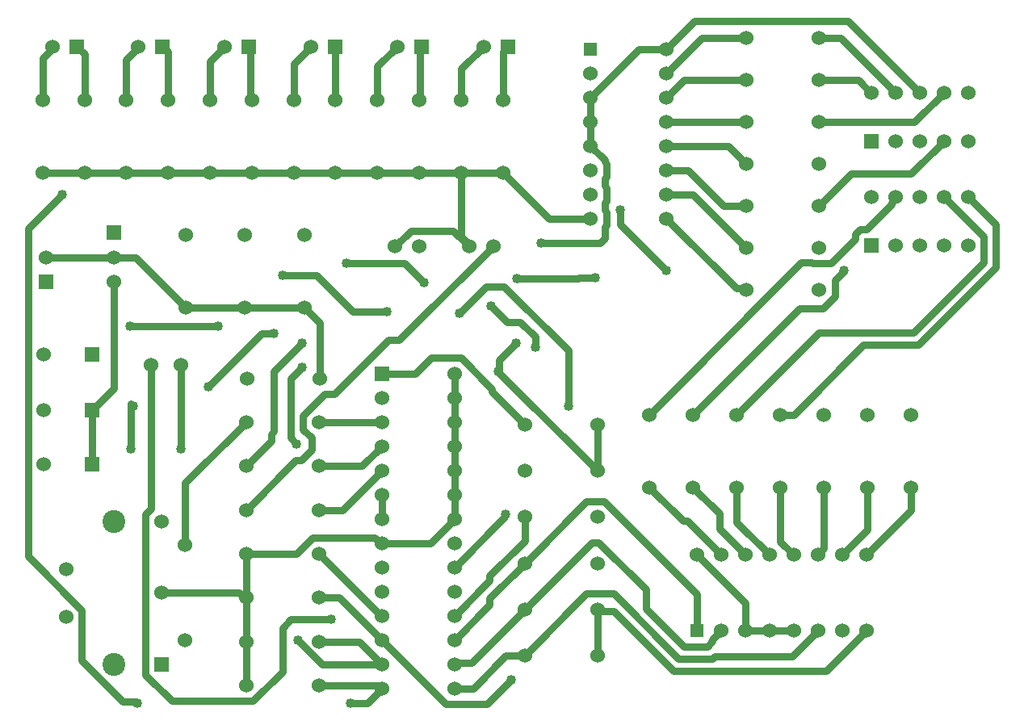
<source format=gbl>
G04*
G04 #@! TF.GenerationSoftware,Altium Limited,Altium Designer,22.1.2 (22)*
G04*
G04 Layer_Physical_Order=2*
G04 Layer_Color=16711680*
%FSLAX25Y25*%
%MOIN*%
G70*
G04*
G04 #@! TF.SameCoordinates,6E4BE205-DB55-4FC9-A6FE-95CB4377C6E5*
G04*
G04*
G04 #@! TF.FilePolarity,Positive*
G04*
G01*
G75*
%ADD22C,0.03000*%
%ADD23R,0.06000X0.06000*%
%ADD24C,0.06000*%
%ADD25C,0.09449*%
%ADD26R,0.06000X0.06000*%
%ADD27R,0.05500X0.05500*%
%ADD28R,0.05500X0.05500*%
%ADD29C,0.04000*%
D22*
X346500Y198604D02*
Y200450D01*
X336369Y188472D02*
X346500Y198604D01*
X328808Y188472D02*
X336369D01*
X338000Y174974D02*
Y181489D01*
X341745Y185234D02*
Y185505D01*
X338000Y181489D02*
X341745Y185234D01*
X249420Y204580D02*
Y210543D01*
X249557Y210679D01*
X249420Y204580D02*
X268500Y185500D01*
X399453Y188953D02*
Y193260D01*
X399500Y193308D02*
Y198692D01*
X399453Y198740D02*
X399500Y198692D01*
X331404Y159904D02*
X370404D01*
X393000Y216000D02*
X404500Y204500D01*
X372475Y154904D02*
X404500Y186929D01*
X370404Y159904D02*
X399453Y188953D01*
Y193260D02*
X399500Y193308D01*
X399453Y198740D02*
Y199547D01*
X404500Y186929D02*
Y204500D01*
X349904Y154904D02*
X372475D01*
X333026Y170000D02*
X338000Y174974D01*
X279500Y126000D02*
X323500Y170000D01*
X333026D01*
X328563Y188716D02*
X328808Y188472D01*
X324216Y188716D02*
X328563D01*
X363000Y215188D02*
Y216000D01*
X361500Y213688D02*
X363000Y215188D01*
X348550Y202500D02*
X351000D01*
X346500Y200450D02*
X348550Y202500D01*
X351000D02*
X361500Y213000D01*
Y213688D01*
X343500Y288500D02*
X373000Y259000D01*
X280000Y288500D02*
X343500D01*
X268500Y277000D02*
X280000Y288500D01*
X242965Y230468D02*
X243740Y229692D01*
Y224308D02*
Y229692D01*
X241207Y197000D02*
X242965Y198757D01*
Y220468D02*
Y223532D01*
X216855Y196749D02*
X217107Y197000D01*
X242965Y203532D02*
X243740Y204308D01*
X242965Y210468D02*
Y213532D01*
Y198757D02*
Y203532D01*
Y213532D02*
X243740Y214308D01*
X242965Y220468D02*
X243740Y219692D01*
X216720Y196749D02*
X216855D01*
X242965Y230468D02*
Y231276D01*
X217107Y197000D02*
X241207D01*
X242965Y223532D02*
X243740Y224308D01*
X242965Y210468D02*
X243740Y209692D01*
Y214308D02*
Y219692D01*
Y204308D02*
Y209692D01*
X260009Y45991D02*
X275630Y30370D01*
X285450D01*
X246829Y52100D02*
X273559Y25370D01*
X235600Y52100D02*
X246829D01*
X287521Y25370D02*
X288296Y26146D01*
X334500Y20370D02*
X351000Y36870D01*
X287500Y32420D02*
Y33370D01*
X273559Y25370D02*
X287521D01*
X271488Y20370D02*
X334500D01*
X210000Y26500D02*
X235600Y52100D01*
X240000Y45600D02*
X240574Y45026D01*
X288296Y26146D02*
X320276D01*
X246832Y45026D02*
X271488Y20370D01*
X287500Y33370D02*
X291000Y36870D01*
X260009Y45991D02*
Y53883D01*
X285450Y30370D02*
X287500Y32420D01*
X240574Y45026D02*
X246832D01*
X321000Y126000D02*
X349904Y154904D01*
X315500Y126000D02*
X321000D01*
X232259Y182172D02*
X232587Y182500D01*
X239000D01*
X240000Y102900D02*
Y122000D01*
X199250Y143650D02*
X240000Y102900D01*
X201000Y226000D02*
X220000Y207000D01*
X187974Y23574D02*
X210000Y45600D01*
X199250Y143650D02*
Y143750D01*
X242692Y90300D02*
X281000Y51992D01*
X206672Y182172D02*
X206844Y182000D01*
X206672Y182172D02*
X232259D01*
X228000Y129500D02*
Y152500D01*
X210000Y45600D02*
X237733Y73333D01*
X240560D01*
X220000Y207000D02*
X237240D01*
X210000Y64700D02*
X235600Y90300D01*
X201500Y179000D02*
X228000Y152500D01*
X240560Y73333D02*
X260009Y53883D01*
X235600Y90300D02*
X242692D01*
X195501Y50201D02*
X210000Y64700D01*
X237240Y237000D02*
X242965Y231276D01*
X237240Y237000D02*
Y247000D01*
Y257000D01*
X257240Y277000D02*
X268500D01*
X237240Y257000D02*
X257240Y277000D01*
X331500Y246889D02*
X370889D01*
X383000Y259000D01*
X268500Y267000D02*
X283000Y281500D01*
X301500D01*
X275694Y264194D02*
X301500D01*
X268500Y257000D02*
X275694Y264194D01*
X297500Y126000D02*
X331404Y159904D01*
X383000Y216000D02*
X399453Y199547D01*
X261500Y126000D02*
X324216Y188716D01*
X369601Y225601D02*
X383000Y239000D01*
X344824Y225601D02*
X369601D01*
X331500Y212278D02*
X344824Y225601D01*
X347655Y264194D02*
X352849Y259000D01*
X331500Y264194D02*
X347655D01*
X352849Y259000D02*
X353000D01*
X340500Y281500D02*
X363000Y259000D01*
X331500Y281500D02*
X340500D01*
X268556Y246944D02*
X301444D01*
X268500Y247000D02*
X268556Y246944D01*
X301444D02*
X301500Y246889D01*
X294083Y237000D02*
X301500Y229583D01*
X268500Y237000D02*
X294083D01*
X277495Y227000D02*
X292217Y212278D01*
X301500D01*
X268500Y227000D02*
X277495D01*
X279472Y217000D02*
X301500Y194972D01*
X268500Y217000D02*
X279472D01*
X297353Y178147D02*
X301019D01*
X268500Y207000D02*
X297353Y178147D01*
X301019D02*
X301500Y177667D01*
X301000Y36870D02*
Y48130D01*
X281000Y68130D02*
X301000Y48130D01*
X320276Y26146D02*
X331000Y36870D01*
X301000D02*
X311000D01*
X321000D01*
X281000D02*
Y51992D01*
X351000Y68130D02*
X369500Y86630D01*
Y96000D01*
X351500Y78630D02*
Y96000D01*
X341000Y68130D02*
X351500Y78630D01*
X331000Y68522D02*
X333500Y71022D01*
Y96000D01*
X331000Y68130D02*
Y68522D01*
X315500Y73630D02*
Y96000D01*
Y73630D02*
X321000Y68130D01*
X290352Y78778D02*
X301000Y68130D01*
X297500Y81630D02*
X311000Y68130D01*
X279500Y96000D02*
X290352Y85148D01*
Y78778D02*
Y85148D01*
X297500Y81630D02*
Y96000D01*
X277069Y82061D02*
X291000Y68130D01*
X261500Y96000D02*
X275439Y82061D01*
X277069D01*
X214309Y154191D02*
X214500Y154000D01*
X208128Y164372D02*
X214309Y158191D01*
Y154191D02*
Y158191D01*
X145000Y7000D02*
X151000Y13000D01*
X138000Y7000D02*
X145000D01*
X122000Y111510D02*
Y116445D01*
X113500Y116406D02*
X115891Y114015D01*
Y113744D02*
Y114015D01*
X117650Y107160D02*
X122000Y111510D01*
X118500Y119945D02*
X122000Y116445D01*
X113500Y116406D02*
Y141000D01*
X202628Y164372D02*
X208128D01*
X199596Y148596D02*
X206500Y155500D01*
X199596Y143596D02*
Y148596D01*
X194000Y179000D02*
X201500D01*
X183000Y168000D02*
X194000Y179000D01*
X181000Y93000D02*
Y103000D01*
Y133000D02*
Y143000D01*
Y113000D02*
Y123000D01*
Y133000D01*
Y103000D02*
Y113000D01*
Y83000D02*
Y93000D01*
X151000Y83000D02*
Y93000D01*
X49500Y7500D02*
X50000Y7000D01*
X44156Y7500D02*
X49500D01*
X27130Y24526D02*
X44156Y7500D01*
X5000Y67480D02*
X27130Y45350D01*
Y24526D02*
Y45350D01*
X5000Y67480D02*
Y203000D01*
X19000Y217000D01*
X97692Y7714D02*
X110000Y20022D01*
X53500Y18523D02*
X64308Y7714D01*
X97692D01*
X196000Y171000D02*
X202628Y164372D01*
X196559Y135441D02*
Y136633D01*
X183692Y149500D02*
X196559Y136633D01*
X171346Y149500D02*
X183692D01*
X95000Y86663D02*
X115497Y107160D01*
X118500Y119945D02*
Y125580D01*
X113500Y141000D02*
X118000Y145500D01*
X115497Y107160D02*
X117650D01*
X118500Y125580D02*
X127420Y134500D01*
X131550D01*
X106497Y143997D02*
X118000Y155500D01*
X106497Y119058D02*
Y143997D01*
X105350Y117911D02*
X106497Y119058D01*
X105350Y115126D02*
Y117911D01*
X95000Y104776D02*
X105350Y115126D01*
X116500Y33000D02*
X126500Y23000D01*
X151000D01*
X113500Y41500D02*
X130000D01*
X110000Y20022D02*
Y38000D01*
X113500Y41500D01*
X181000Y63000D02*
X201904Y83904D01*
Y84904D01*
X202000Y85000D01*
X124068Y183500D02*
X139068Y168500D01*
X110000Y183500D02*
X124068D01*
X139068Y168500D02*
X153000D01*
X47000Y162500D02*
X83500D01*
X47500Y112000D02*
Y130500D01*
X136500Y188500D02*
X160500D01*
X168500Y180500D01*
X79500Y137500D02*
X101500Y159500D01*
X106500D01*
X47500Y130500D02*
X48500Y129500D01*
X68000Y112000D02*
X68102Y112102D01*
Y146500D01*
X69842Y97730D02*
X95000Y122888D01*
X69842Y72185D02*
Y97730D01*
X53500Y18523D02*
Y84720D01*
X55898Y87118D01*
Y146500D01*
X131550Y134500D02*
X153801Y156751D01*
X158250D01*
X197000Y195500D01*
X95000Y14214D02*
Y32326D01*
Y50439D01*
Y68551D01*
X150188Y73000D02*
X151000D01*
X148137Y75051D02*
X150188Y73000D01*
X122308Y75051D02*
X148137D01*
X115808Y68551D02*
X122308Y75051D01*
X95000Y68551D02*
X115808D01*
X119000Y170356D02*
X125500Y163856D01*
Y141000D02*
Y163856D01*
X180500Y202000D02*
X187000Y195500D01*
X156500D02*
X163000Y202000D01*
X180500D01*
X187000Y195500D02*
Y196312D01*
X183727Y199585D02*
Y226000D01*
Y199585D02*
X187000Y196312D01*
X94500Y170356D02*
X119000D01*
X70000D02*
X94500D01*
X40500Y191039D02*
X49317D01*
X70000Y170356D01*
X12520Y191020D02*
X40480D01*
X40500Y191039D01*
X12500Y191000D02*
X12520Y191020D01*
X40500Y137000D02*
Y181000D01*
X31500Y128000D02*
X40500Y137000D01*
X31500Y105500D02*
Y128000D01*
X92127Y52500D02*
X94188Y50439D01*
X60000Y52500D02*
X92127D01*
X94188Y50439D02*
X95000D01*
X171000Y73000D02*
X181000Y83000D01*
X151000Y73000D02*
X171000D01*
X194500Y6500D02*
X204500Y16500D01*
X177500Y6500D02*
X194500D01*
X151000Y33000D02*
X177500Y6500D01*
X181000Y13000D02*
X188750D01*
X202250Y26500D01*
X210000D01*
X181574Y23574D02*
X187974D01*
X181000Y23000D02*
X181574Y23574D01*
X195501Y47501D02*
Y50201D01*
X181000Y33000D02*
X195501Y47501D01*
X181000Y43000D02*
X195501Y57501D01*
X210000Y73892D02*
Y83800D01*
X195501Y59393D02*
X210000Y73892D01*
X195501Y57501D02*
Y59393D01*
X196559Y135441D02*
X210000Y122000D01*
X164846Y143000D02*
X171346Y149500D01*
X151000Y143000D02*
X164846D01*
X125000Y122888D02*
X125056Y122944D01*
X150944D01*
X151000Y123000D01*
X142775Y104776D02*
X151000Y113000D01*
X125000Y104776D02*
X142775D01*
X134663Y86663D02*
X151000Y103000D01*
X125000Y86663D02*
X134663D01*
X125000Y68551D02*
X125224D01*
X150776Y43000D02*
X151000D01*
X125224Y68551D02*
X150776Y43000D01*
X133561Y50439D02*
X151000Y33000D01*
X125000Y50439D02*
X133561D01*
X141674Y32326D02*
X151000Y23000D01*
X125000Y32326D02*
X141674D01*
X148974Y14214D02*
X150188Y13000D01*
X151000D01*
X125000Y14214D02*
X148974D01*
X240000Y26500D02*
Y45600D01*
X201000Y256000D02*
Y276000D01*
X203000Y278000D01*
X183727Y268727D02*
X193000Y278000D01*
X183727Y256000D02*
Y268727D01*
X166927Y256473D02*
Y277527D01*
X166455Y256000D02*
X166927Y256473D01*
Y277527D02*
X167400Y278000D01*
X149182Y256000D02*
Y269782D01*
X157400Y278000D01*
X131854Y256054D02*
Y277945D01*
X131800Y278000D02*
X131854Y277945D01*
Y256054D02*
X131909Y256000D01*
X114636D02*
Y270836D01*
X121800Y278000D01*
X96790Y256574D02*
Y277410D01*
X96200Y278000D02*
X96790Y277410D01*
Y256574D02*
X97364Y256000D01*
X80091Y271891D02*
X86200Y278000D01*
X80091Y256000D02*
Y271891D01*
X60600Y278000D02*
X62818Y275782D01*
Y256000D02*
Y275782D01*
X45545Y272448D02*
X50600Y277502D01*
X45545Y256000D02*
Y272448D01*
X50600Y277502D02*
Y278000D01*
X25000D02*
X28273Y274727D01*
Y256000D02*
Y274727D01*
X11000Y273188D02*
X15000Y277188D01*
Y278000D01*
X11000Y256000D02*
Y273188D01*
X183727Y226000D02*
X201000D01*
X166455D02*
X183727D01*
X149182D02*
X166455D01*
X131909D02*
X149182D01*
X114636D02*
X131909D01*
X97364D02*
X114636D01*
X80091D02*
X97364D01*
X62818D02*
X80091D01*
X45545D02*
X62818D01*
X28273D02*
X45545D01*
X11000D02*
X28273D01*
D23*
X353000Y196000D02*
D03*
X60000Y22972D02*
D03*
X353000Y239000D02*
D03*
X40500Y201079D02*
D03*
X12500Y181000D02*
D03*
D24*
X363000Y196000D02*
D03*
X373000D02*
D03*
X383000D02*
D03*
X393000D02*
D03*
X353000Y216000D02*
D03*
X363000D02*
D03*
X373000D02*
D03*
X383000D02*
D03*
X393000D02*
D03*
X60000Y82028D02*
D03*
X69842Y32815D02*
D03*
Y72185D02*
D03*
X60000Y52500D02*
D03*
X20630Y42658D02*
D03*
Y62343D02*
D03*
X151000Y133000D02*
D03*
Y123000D02*
D03*
Y113000D02*
D03*
Y103000D02*
D03*
Y93000D02*
D03*
Y83000D02*
D03*
Y73000D02*
D03*
Y63000D02*
D03*
Y53000D02*
D03*
Y43000D02*
D03*
Y33000D02*
D03*
Y23000D02*
D03*
Y13000D02*
D03*
X181000Y143000D02*
D03*
Y133000D02*
D03*
Y123000D02*
D03*
Y113000D02*
D03*
Y103000D02*
D03*
Y93000D02*
D03*
Y83000D02*
D03*
Y73000D02*
D03*
Y63000D02*
D03*
Y53000D02*
D03*
Y43000D02*
D03*
Y33000D02*
D03*
Y23000D02*
D03*
Y13000D02*
D03*
X281000Y68130D02*
D03*
X291000D02*
D03*
X301000D02*
D03*
X311000D02*
D03*
X321000D02*
D03*
X331000D02*
D03*
X341000D02*
D03*
X351000D02*
D03*
Y36870D02*
D03*
X341000D02*
D03*
X331000D02*
D03*
X321000D02*
D03*
X311000D02*
D03*
X301000D02*
D03*
X291000D02*
D03*
X237240Y267000D02*
D03*
Y257000D02*
D03*
Y247000D02*
D03*
Y237000D02*
D03*
Y227000D02*
D03*
Y217000D02*
D03*
Y207000D02*
D03*
X268500D02*
D03*
Y217000D02*
D03*
Y227000D02*
D03*
Y237000D02*
D03*
Y247000D02*
D03*
Y257000D02*
D03*
Y267000D02*
D03*
Y277000D02*
D03*
X393000Y259000D02*
D03*
X383000D02*
D03*
X373000D02*
D03*
X363000D02*
D03*
X353000D02*
D03*
X393000Y239000D02*
D03*
X383000D02*
D03*
X373000D02*
D03*
X363000D02*
D03*
X331500Y246889D02*
D03*
X301500D02*
D03*
X331500Y229583D02*
D03*
X301500D02*
D03*
X331500Y212278D02*
D03*
X301500D02*
D03*
X331500Y194972D02*
D03*
X301500D02*
D03*
X331500Y177667D02*
D03*
X301500D02*
D03*
X331500Y281500D02*
D03*
X301500D02*
D03*
X331500Y264194D02*
D03*
X301500D02*
D03*
X297500Y126000D02*
D03*
Y96000D02*
D03*
X315500Y126000D02*
D03*
Y96000D02*
D03*
X333500Y126000D02*
D03*
Y96000D02*
D03*
X351500Y126000D02*
D03*
Y96000D02*
D03*
X369500Y126000D02*
D03*
Y96000D02*
D03*
X261500Y126000D02*
D03*
Y96000D02*
D03*
X279500Y126000D02*
D03*
Y96000D02*
D03*
X15000Y278000D02*
D03*
X50600D02*
D03*
X86200D02*
D03*
X121800D02*
D03*
X157400D02*
D03*
X193000D02*
D03*
X95000Y14214D02*
D03*
X125000D02*
D03*
X197000Y195500D02*
D03*
X187000D02*
D03*
X166500D02*
D03*
X156500D02*
D03*
X240000Y45600D02*
D03*
X210000D02*
D03*
X240000Y64700D02*
D03*
X210000D02*
D03*
X240000Y83800D02*
D03*
X210000D02*
D03*
X95000Y32326D02*
D03*
X125000D02*
D03*
X95000Y50439D02*
D03*
X125000D02*
D03*
X95000Y68551D02*
D03*
X125000D02*
D03*
X240000Y26500D02*
D03*
X210000D02*
D03*
X11500Y151000D02*
D03*
Y105500D02*
D03*
Y128000D02*
D03*
X40500Y181000D02*
D03*
Y191039D02*
D03*
X183727Y256000D02*
D03*
Y226000D02*
D03*
X149182Y256000D02*
D03*
Y226000D02*
D03*
X114636Y256000D02*
D03*
Y226000D02*
D03*
X80091Y256000D02*
D03*
Y226000D02*
D03*
X45545Y256000D02*
D03*
Y226000D02*
D03*
X11000Y256000D02*
D03*
Y226000D02*
D03*
X240000Y122000D02*
D03*
X210000D02*
D03*
X28273Y256000D02*
D03*
Y226000D02*
D03*
X62818Y256000D02*
D03*
Y226000D02*
D03*
X97364Y256000D02*
D03*
Y226000D02*
D03*
X131909Y256000D02*
D03*
Y226000D02*
D03*
X119000Y200356D02*
D03*
Y170356D02*
D03*
X166455Y256000D02*
D03*
Y226000D02*
D03*
X201000Y256000D02*
D03*
Y226000D02*
D03*
X125000Y122888D02*
D03*
X95000D02*
D03*
X125000Y104776D02*
D03*
X95000D02*
D03*
X210000Y102900D02*
D03*
X240000D02*
D03*
X125000Y86663D02*
D03*
X95000D02*
D03*
X12500Y191000D02*
D03*
X55898Y146500D02*
D03*
X68102D02*
D03*
X94500Y170356D02*
D03*
Y200356D02*
D03*
X70000D02*
D03*
Y170356D02*
D03*
X95500Y141000D02*
D03*
X125500D02*
D03*
D25*
X40315Y82028D02*
D03*
Y22972D02*
D03*
D26*
X151000Y143000D02*
D03*
X60600Y278000D02*
D03*
X96200D02*
D03*
X131800D02*
D03*
X167400D02*
D03*
X203000D02*
D03*
X25000D02*
D03*
X31500Y151000D02*
D03*
Y105500D02*
D03*
Y128000D02*
D03*
D27*
X281000Y36870D02*
D03*
D28*
X237240Y277000D02*
D03*
D29*
X341745Y185505D02*
D03*
X249557Y210679D02*
D03*
X268500Y185500D02*
D03*
X239000Y182500D02*
D03*
X228000Y129500D02*
D03*
X216720Y196749D02*
D03*
X214500Y154000D02*
D03*
X138000Y7000D02*
D03*
X115891Y113744D02*
D03*
X199250Y143750D02*
D03*
X206500Y155500D02*
D03*
X206672Y182172D02*
D03*
X50000Y7000D02*
D03*
X19000Y217000D02*
D03*
X196000Y171000D02*
D03*
X118000Y145500D02*
D03*
X116500Y33000D02*
D03*
X202000Y85000D02*
D03*
X183000Y168000D02*
D03*
X153000Y168500D02*
D03*
X110000Y183500D02*
D03*
X83500Y162500D02*
D03*
X47000D02*
D03*
X168500Y180500D02*
D03*
X136500Y188500D02*
D03*
X106500Y159500D02*
D03*
X79500Y137500D02*
D03*
X48500Y129500D02*
D03*
X47500Y112000D02*
D03*
X68000D02*
D03*
X130000Y41500D02*
D03*
X118000Y155500D02*
D03*
X204500Y16500D02*
D03*
M02*

</source>
